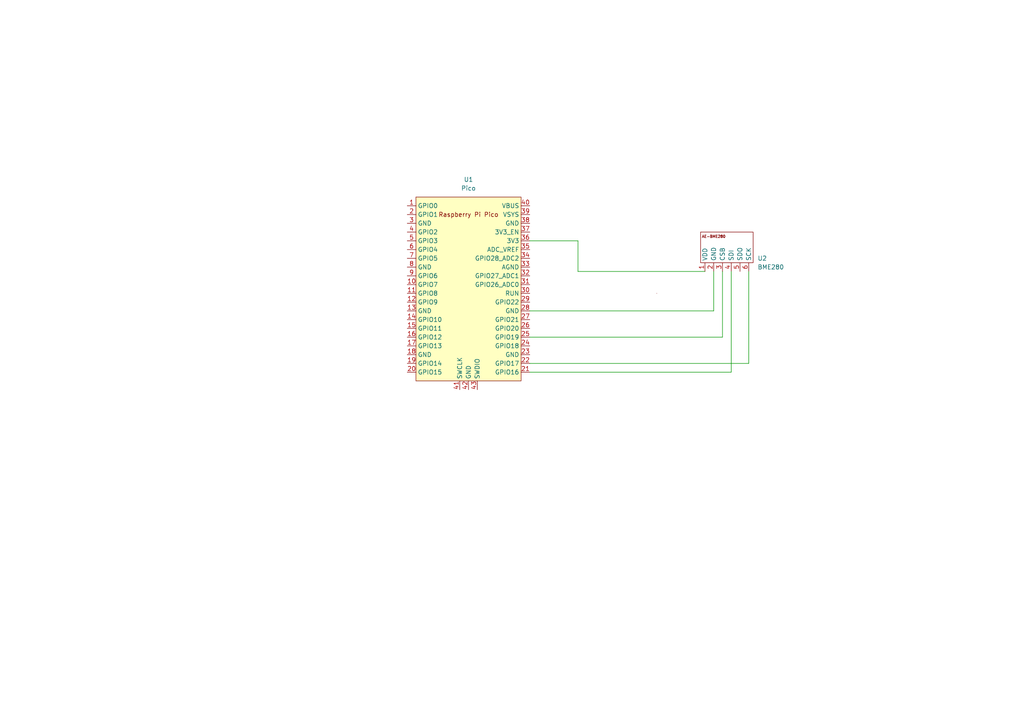
<source format=kicad_sch>
(kicad_sch (version 20231120) (generator "eeschema") (generator_version "8.0")
  (paper "A4")
  (lib_symbols
    (symbol "0_kasa_lib-2024-:BME280"
      (property "Reference" "U" (at 0 6.35 0))
      (property "Value" "BME280" (at 11.684 -5.588 0))
      (symbol "BME280_0_0"
        (text "AE-BME280" (at -3.81 3.81 0) (effects (font (size 0.762 0.762))))
      )
      (symbol "BME280_0_1"
        (rectangle (start -20.32 -12.7) (end -20.32 -12.7))
        (rectangle (start -7.62 5.08) (end 7.62 -3.81))
      )
      (symbol "BME280_1_1"
        (pin passive line (at -6.35 -6.35 90) (length 2.54) (name "VDD") (number "1"))
        (pin passive line (at -3.81 -6.35 90) (length 2.54) (name "GND") (number "2"))
        (pin passive line (at -1.27 -6.35 90) (length 2.54) (name "CSB") (number "3"))
        (pin passive line (at 1.27 -6.35 90) (length 2.54) (name "SDI") (number "4"))
        (pin passive line (at 3.81 -6.35 90) (length 2.54) (name "SDO") (number "5"))
        (pin passive line (at 6.35 -6.35 90) (length 2.54) (name "SCK") (number "6"))
      )
    )
    (symbol "MCU_RaspberryPi_and_Boards:Pico"
      (property "Reference" "U" (at -13.97 27.94 0))
      (property "Value" "Pico" (at 0 19.05 0))
      (symbol "Pico_0_0"
        (text "Raspberry Pi Pico" (at 0 21.59 0) (effects (font (size 1.27 1.27))))
      )
      (symbol "Pico_0_1"
        (rectangle (start -15.24 26.67) (end 15.24 -26.67) (fill (type background)))
      )
      (symbol "Pico_1_1"
        (pin bidirectional line (at -17.78 24.13 0) (length 2.54) (name "GPIO0") (number "1"))
        (pin bidirectional line (at -17.78 1.27 0) (length 2.54) (name "GPIO7") (number "10"))
        (pin bidirectional line (at -17.78 -1.27 0) (length 2.54) (name "GPIO8") (number "11"))
        (pin bidirectional line (at -17.78 -3.81 0) (length 2.54) (name "GPIO9") (number "12"))
        (pin power_in line (at -17.78 -6.35 0) (length 2.54) (name "GND") (number "13"))
        (pin bidirectional line (at -17.78 -8.89 0) (length 2.54) (name "GPIO10") (number "14"))
        (pin bidirectional line (at -17.78 -11.43 0) (length 2.54) (name "GPIO11") (number "15"))
        (pin bidirectional line (at -17.78 -13.97 0) (length 2.54) (name "GPIO12") (number "16"))
        (pin bidirectional line (at -17.78 -16.51 0) (length 2.54) (name "GPIO13") (number "17"))
        (pin power_in line (at -17.78 -19.05 0) (length 2.54) (name "GND") (number "18"))
        (pin bidirectional line (at -17.78 -21.59 0) (length 2.54) (name "GPIO14") (number "19"))
        (pin bidirectional line (at -17.78 21.59 0) (length 2.54) (name "GPIO1") (number "2"))
        (pin bidirectional line (at -17.78 -24.13 0) (length 2.54) (name "GPIO15") (number "20"))
        (pin bidirectional line (at 17.78 -24.13 180) (length 2.54) (name "GPIO16") (number "21"))
        (pin bidirectional line (at 17.78 -21.59 180) (length 2.54) (name "GPIO17") (number "22"))
        (pin power_in line (at 17.78 -19.05 180) (length 2.54) (name "GND") (number "23"))
        (pin bidirectional line (at 17.78 -16.51 180) (length 2.54) (name "GPIO18") (number "24"))
        (pin bidirectional line (at 17.78 -13.97 180) (length 2.54) (name "GPIO19") (number "25"))
        (pin bidirectional line (at 17.78 -11.43 180) (length 2.54) (name "GPIO20") (number "26"))
        (pin bidirectional line (at 17.78 -8.89 180) (length 2.54) (name "GPIO21") (number "27"))
        (pin power_in line (at 17.78 -6.35 180) (length 2.54) (name "GND") (number "28"))
        (pin bidirectional line (at 17.78 -3.81 180) (length 2.54) (name "GPIO22") (number "29"))
        (pin power_in line (at -17.78 19.05 0) (length 2.54) (name "GND") (number "3"))
        (pin input line (at 17.78 -1.27 180) (length 2.54) (name "RUN") (number "30"))
        (pin bidirectional line (at 17.78 1.27 180) (length 2.54) (name "GPIO26_ADC0") (number "31"))
        (pin bidirectional line (at 17.78 3.81 180) (length 2.54) (name "GPIO27_ADC1") (number "32"))
        (pin power_in line (at 17.78 6.35 180) (length 2.54) (name "AGND") (number "33"))
        (pin bidirectional line (at 17.78 8.89 180) (length 2.54) (name "GPIO28_ADC2") (number "34"))
        (pin power_in line (at 17.78 11.43 180) (length 2.54) (name "ADC_VREF") (number "35"))
        (pin power_in line (at 17.78 13.97 180) (length 2.54) (name "3V3") (number "36"))
        (pin input line (at 17.78 16.51 180) (length 2.54) (name "3V3_EN") (number "37"))
        (pin bidirectional line (at 17.78 19.05 180) (length 2.54) (name "GND") (number "38"))
        (pin power_in line (at 17.78 21.59 180) (length 2.54) (name "VSYS") (number "39"))
        (pin bidirectional line (at -17.78 16.51 0) (length 2.54) (name "GPIO2") (number "4"))
        (pin power_in line (at 17.78 24.13 180) (length 2.54) (name "VBUS") (number "40"))
        (pin input line (at -2.54 -29.21 90) (length 2.54) (name "SWCLK") (number "41"))
        (pin power_in line (at 0 -29.21 90) (length 2.54) (name "GND") (number "42"))
        (pin bidirectional line (at 2.54 -29.21 90) (length 2.54) (name "SWDIO") (number "43"))
        (pin bidirectional line (at -17.78 13.97 0) (length 2.54) (name "GPIO3") (number "5"))
        (pin bidirectional line (at -17.78 11.43 0) (length 2.54) (name "GPIO4") (number "6"))
        (pin bidirectional line (at -17.78 8.89 0) (length 2.54) (name "GPIO5") (number "7"))
        (pin power_in line (at -17.78 6.35 0) (length 2.54) (name "GND") (number "8"))
        (pin bidirectional line (at -17.78 3.81 0) (length 2.54) (name "GPIO6") (number "9"))
      )
    )
  )
  (wire (pts (xy 153.67 105.41) (xy 217.17 105.41)))
  (wire (pts (xy 217.17 105.41) (xy 217.17 78.74)))
  (wire (pts (xy 204.47 78.74) (xy 167.64 78.74)))
  (wire (pts (xy 167.64 69.85) (xy 153.67 69.85)))
  (wire (pts (xy 153.67 97.79) (xy 209.55 97.79)))
  (wire (pts (xy 207.01 78.74) (xy 207.01 90.17)))
  (wire (pts (xy 153.67 107.95) (xy 212.09 107.95)))
  (wire (pts (xy 209.55 78.74) (xy 209.55 97.79)))
  (wire (pts (xy 167.64 78.74) (xy 167.64 69.85)))
  (wire (pts (xy 212.09 107.95) (xy 212.09 78.74)))
  (wire (pts (xy 207.01 90.17) (xy 153.67 90.17)))
  (symbol (lib_id "0_kasa_lib-2024-:BME280") (at 210.82 72.39 0) (unit 1)
    (property "Reference" "U2" (at 219.71 74.9299 0) (effects (justify left)))
    (property "Value" "BME280" (at 219.71 77.4699 0) (effects (justify left)))
  )
  (symbol (lib_id "MCU_RaspberryPi_and_Boards:Pico") (at 135.89 83.82 0) (unit 1)
    (property "Reference" "U1" (at 135.89 52.07 0))
    (property "Value" "Pico" (at 135.89 54.61 0))
    (property "Footprint" "RPi_Pico:RPi_Pico_SMD_TH" (effects (hide yes)))
  )
)
</source>
